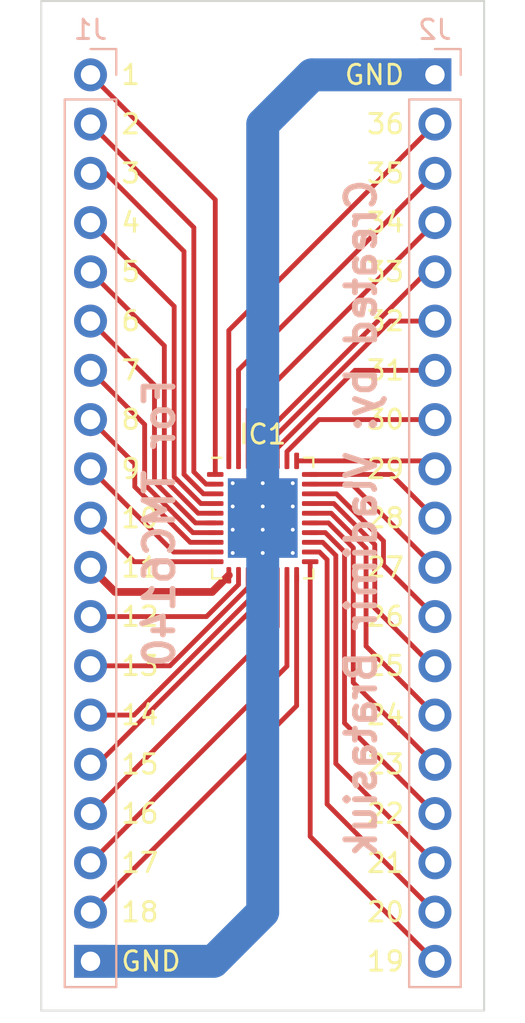
<source format=kicad_pcb>
(kicad_pcb (version 20171130) (host pcbnew 5.1.10-88a1d61d58~90~ubuntu20.04.1)

  (general
    (thickness 1.6)
    (drawings 6)
    (tracks 141)
    (zones 0)
    (modules 3)
    (nets 38)
  )

  (page A4)
  (layers
    (0 F.Cu signal)
    (31 B.Cu signal)
    (32 B.Adhes user)
    (33 F.Adhes user)
    (34 B.Paste user)
    (35 F.Paste user)
    (36 B.SilkS user)
    (37 F.SilkS user)
    (38 B.Mask user)
    (39 F.Mask user)
    (40 Dwgs.User user)
    (41 Cmts.User user)
    (42 Eco1.User user)
    (43 Eco2.User user)
    (44 Edge.Cuts user)
    (45 Margin user)
    (46 B.CrtYd user)
    (47 F.CrtYd user)
    (48 B.Fab user)
    (49 F.Fab user)
  )

  (setup
    (last_trace_width 0.25)
    (user_trace_width 1)
    (user_trace_width 1.7)
    (trace_clearance 0.2)
    (zone_clearance 0.508)
    (zone_45_only no)
    (trace_min 0.2)
    (via_size 0.8)
    (via_drill 0.4)
    (via_min_size 0.4)
    (via_min_drill 0.3)
    (uvia_size 0.3)
    (uvia_drill 0.1)
    (uvias_allowed no)
    (uvia_min_size 0.2)
    (uvia_min_drill 0.1)
    (edge_width 0.1)
    (segment_width 0.2)
    (pcb_text_width 0.3)
    (pcb_text_size 1.5 1.5)
    (mod_edge_width 0.15)
    (mod_text_size 1 1)
    (mod_text_width 0.15)
    (pad_size 1.7 1.7)
    (pad_drill 1)
    (pad_to_mask_clearance 0)
    (aux_axis_origin 0 0)
    (visible_elements FFFFFF7F)
    (pcbplotparams
      (layerselection 0x010fc_ffffffff)
      (usegerberextensions false)
      (usegerberattributes true)
      (usegerberadvancedattributes true)
      (creategerberjobfile true)
      (excludeedgelayer true)
      (linewidth 0.100000)
      (plotframeref false)
      (viasonmask false)
      (mode 1)
      (useauxorigin false)
      (hpglpennumber 1)
      (hpglpenspeed 20)
      (hpglpendiameter 15.000000)
      (psnegative false)
      (psa4output false)
      (plotreference true)
      (plotvalue true)
      (plotinvisibletext false)
      (padsonsilk false)
      (subtractmaskfromsilk false)
      (outputformat 1)
      (mirror false)
      (drillshape 0)
      (scaleselection 1)
      (outputdirectory "manufacturer/"))
  )

  (net 0 "")
  (net 1 GND)
  (net 2 36)
  (net 3 35)
  (net 4 34)
  (net 5 33)
  (net 6 32)
  (net 7 31)
  (net 8 30)
  (net 9 29)
  (net 10 28)
  (net 11 27)
  (net 12 26)
  (net 13 25)
  (net 14 24)
  (net 15 23)
  (net 16 22)
  (net 17 21)
  (net 18 20)
  (net 19 19)
  (net 20 18)
  (net 21 17)
  (net 22 16)
  (net 23 15)
  (net 24 14)
  (net 25 13)
  (net 26 12)
  (net 27 11)
  (net 28 10)
  (net 29 9)
  (net 30 8)
  (net 31 7)
  (net 32 6)
  (net 33 5)
  (net 34 4)
  (net 35 3)
  (net 36 2)
  (net 37 1)

  (net_class Default "This is the default net class."
    (clearance 0.2)
    (trace_width 0.25)
    (via_dia 0.8)
    (via_drill 0.4)
    (uvia_dia 0.3)
    (uvia_drill 0.1)
    (add_net 1)
    (add_net 10)
    (add_net 11)
    (add_net 12)
    (add_net 13)
    (add_net 14)
    (add_net 15)
    (add_net 16)
    (add_net 17)
    (add_net 18)
    (add_net 19)
    (add_net 2)
    (add_net 20)
    (add_net 21)
    (add_net 22)
    (add_net 23)
    (add_net 24)
    (add_net 25)
    (add_net 26)
    (add_net 27)
    (add_net 28)
    (add_net 29)
    (add_net 3)
    (add_net 30)
    (add_net 31)
    (add_net 32)
    (add_net 33)
    (add_net 34)
    (add_net 35)
    (add_net 36)
    (add_net 4)
    (add_net 5)
    (add_net 6)
    (add_net 7)
    (add_net 8)
    (add_net 9)
    (add_net GND)
  )

  (module Connector_PinHeader_2.54mm:PinHeader_1x19_P2.54mm_Vertical (layer B.Cu) (tedit 624DD1FD) (tstamp 623638F6)
    (at 151.13 80.01 180)
    (descr "Through hole straight pin header, 1x19, 2.54mm pitch, single row")
    (tags "Through hole pin header THT 1x19 2.54mm single row")
    (path /62377F6E)
    (fp_text reference J2 (at 0 2.33) (layer B.SilkS)
      (effects (font (size 1 1) (thickness 0.15)) (justify mirror))
    )
    (fp_text value Conn_01x19 (at 0 -48.05) (layer B.Fab)
      (effects (font (size 1 1) (thickness 0.15)) (justify mirror))
    )
    (fp_line (start -0.635 1.27) (end 1.27 1.27) (layer B.Fab) (width 0.1))
    (fp_line (start 1.27 1.27) (end 1.27 -46.99) (layer B.Fab) (width 0.1))
    (fp_line (start 1.27 -46.99) (end -1.27 -46.99) (layer B.Fab) (width 0.1))
    (fp_line (start -1.27 -46.99) (end -1.27 0.635) (layer B.Fab) (width 0.1))
    (fp_line (start -1.27 0.635) (end -0.635 1.27) (layer B.Fab) (width 0.1))
    (fp_line (start -1.33 -47.05) (end 1.33 -47.05) (layer B.SilkS) (width 0.12))
    (fp_line (start -1.33 -1.27) (end -1.33 -47.05) (layer B.SilkS) (width 0.12))
    (fp_line (start 1.33 -1.27) (end 1.33 -47.05) (layer B.SilkS) (width 0.12))
    (fp_line (start -1.33 -1.27) (end 1.33 -1.27) (layer B.SilkS) (width 0.12))
    (fp_line (start -1.33 0) (end -1.33 1.33) (layer B.SilkS) (width 0.12))
    (fp_line (start -1.33 1.33) (end 0 1.33) (layer B.SilkS) (width 0.12))
    (fp_line (start -1.8 1.8) (end -1.8 -47.5) (layer B.CrtYd) (width 0.05))
    (fp_line (start -1.8 -47.5) (end 1.8 -47.5) (layer B.CrtYd) (width 0.05))
    (fp_line (start 1.8 -47.5) (end 1.8 1.8) (layer B.CrtYd) (width 0.05))
    (fp_line (start 1.8 1.8) (end -1.8 1.8) (layer B.CrtYd) (width 0.05))
    (fp_text user %R (at 0 -22.86 270) (layer B.Fab)
      (effects (font (size 1 1) (thickness 0.15)) (justify mirror))
    )
    (fp_text user GND (at 1.5 0) (layer F.SilkS)
      (effects (font (size 1 1) (thickness 0.15)) (justify right))
    )
    (fp_text user 36 (at 1.5 -2.54) (layer F.SilkS)
      (effects (font (size 1 1) (thickness 0.15)) (justify right))
    )
    (fp_text user 35 (at 1.5 -5.08) (layer F.SilkS)
      (effects (font (size 1 1) (thickness 0.15)) (justify right))
    )
    (fp_text user 34 (at 1.5 -7.62) (layer F.SilkS)
      (effects (font (size 1 1) (thickness 0.15)) (justify right))
    )
    (fp_text user 33 (at 1.5 -10.16) (layer F.SilkS)
      (effects (font (size 1 1) (thickness 0.15)) (justify right))
    )
    (fp_text user 32 (at 1.5 -12.7) (layer F.SilkS)
      (effects (font (size 1 1) (thickness 0.15)) (justify right))
    )
    (fp_text user 31 (at 1.5 -15.24) (layer F.SilkS)
      (effects (font (size 1 1) (thickness 0.15)) (justify right))
    )
    (fp_text user 30 (at 1.5 -17.78) (layer F.SilkS)
      (effects (font (size 1 1) (thickness 0.15)) (justify right))
    )
    (fp_text user 29 (at 1.5 -20.32) (layer F.SilkS)
      (effects (font (size 1 1) (thickness 0.15)) (justify right))
    )
    (fp_text user 28 (at 1.5 -22.86) (layer F.SilkS)
      (effects (font (size 1 1) (thickness 0.15)) (justify right))
    )
    (fp_text user 27 (at 1.5 -25.4) (layer F.SilkS)
      (effects (font (size 1 1) (thickness 0.15)) (justify right))
    )
    (fp_text user 26 (at 1.5 -27.94) (layer F.SilkS)
      (effects (font (size 1 1) (thickness 0.15)) (justify right))
    )
    (fp_text user 25 (at 1.5 -30.48) (layer F.SilkS)
      (effects (font (size 1 1) (thickness 0.15)) (justify right))
    )
    (fp_text user 24 (at 1.5 -33.02) (layer F.SilkS)
      (effects (font (size 1 1) (thickness 0.15)) (justify right))
    )
    (fp_text user 23 (at 1.5 -35.56) (layer F.SilkS)
      (effects (font (size 1 1) (thickness 0.15)) (justify right))
    )
    (fp_text user 22 (at 1.5 -38.1) (layer F.SilkS)
      (effects (font (size 1 1) (thickness 0.15)) (justify right))
    )
    (fp_text user 21 (at 1.5 -40.64) (layer F.SilkS)
      (effects (font (size 1 1) (thickness 0.15)) (justify right))
    )
    (fp_text user 20 (at 1.5 -43.18) (layer F.SilkS)
      (effects (font (size 1 1) (thickness 0.15)) (justify right))
    )
    (fp_text user 19 (at 1.5 -45.72) (layer F.SilkS)
      (effects (font (size 1 1) (thickness 0.15)) (justify right))
    )
    (pad 19 thru_hole oval (at 0 -45.72 180) (size 1.7 1.7) (drill 1) (layers *.Cu *.Mask)
      (net 19 19))
    (pad 18 thru_hole oval (at 0 -43.18 180) (size 1.7 1.7) (drill 1) (layers *.Cu *.Mask)
      (net 18 20))
    (pad 17 thru_hole oval (at 0 -40.64 180) (size 1.7 1.7) (drill 1) (layers *.Cu *.Mask)
      (net 17 21))
    (pad 16 thru_hole oval (at 0 -38.1 180) (size 1.7 1.7) (drill 1) (layers *.Cu *.Mask)
      (net 16 22))
    (pad 15 thru_hole oval (at 0 -35.56 180) (size 1.7 1.7) (drill 1) (layers *.Cu *.Mask)
      (net 15 23))
    (pad 14 thru_hole oval (at 0 -33.02 180) (size 1.7 1.7) (drill 1) (layers *.Cu *.Mask)
      (net 14 24))
    (pad 13 thru_hole oval (at 0 -30.48 180) (size 1.7 1.7) (drill 1) (layers *.Cu *.Mask)
      (net 13 25))
    (pad 12 thru_hole oval (at 0 -27.94 180) (size 1.7 1.7) (drill 1) (layers *.Cu *.Mask)
      (net 12 26))
    (pad 11 thru_hole oval (at 0 -25.4 180) (size 1.7 1.7) (drill 1) (layers *.Cu *.Mask)
      (net 11 27))
    (pad 10 thru_hole oval (at 0 -22.86 180) (size 1.7 1.7) (drill 1) (layers *.Cu *.Mask)
      (net 10 28))
    (pad 9 thru_hole oval (at 0 -20.32 180) (size 1.7 1.7) (drill 1) (layers *.Cu *.Mask)
      (net 9 29))
    (pad 8 thru_hole oval (at 0 -17.78 180) (size 1.7 1.7) (drill 1) (layers *.Cu *.Mask)
      (net 8 30))
    (pad 7 thru_hole oval (at 0 -15.24 180) (size 1.7 1.7) (drill 1) (layers *.Cu *.Mask)
      (net 7 31))
    (pad 6 thru_hole oval (at 0 -12.7 180) (size 1.7 1.7) (drill 1) (layers *.Cu *.Mask)
      (net 6 32))
    (pad 5 thru_hole oval (at 0 -10.16 180) (size 1.7 1.7) (drill 1) (layers *.Cu *.Mask)
      (net 5 33))
    (pad 4 thru_hole oval (at 0 -7.62 180) (size 1.7 1.7) (drill 1) (layers *.Cu *.Mask)
      (net 4 34))
    (pad 3 thru_hole oval (at 0 -5.08 180) (size 1.7 1.7) (drill 1) (layers *.Cu *.Mask)
      (net 3 35))
    (pad 2 thru_hole oval (at 0 -2.54 180) (size 1.7 1.7) (drill 1) (layers *.Cu *.Mask)
      (net 2 36))
    (pad 1 thru_hole rect (at 0 0 180) (size 1.7 1.7) (drill 1) (layers *.Cu *.Mask)
      (net 1 GND))
    (model ${KISYS3DMOD}/Connector_PinHeader_2.54mm.3dshapes/PinHeader_1x19_P2.54mm_Vertical.wrl
      (at (xyz 0 0 0))
      (scale (xyz 1 1 1))
      (rotate (xyz 0 0 0))
    )
  )

  (module Connector_PinHeader_2.54mm:PinHeader_1x19_P2.54mm_Vertical (layer B.Cu) (tedit 624DCE20) (tstamp 623638CF)
    (at 133.35 80.01 180)
    (descr "Through hole straight pin header, 1x19, 2.54mm pitch, single row")
    (tags "Through hole pin header THT 1x19 2.54mm single row")
    (path /6236EBD8)
    (fp_text reference J1 (at 0 2.33 180) (layer B.SilkS)
      (effects (font (size 1 1) (thickness 0.15)) (justify mirror))
    )
    (fp_text value Conn_01x19 (at 0 -48.05 180) (layer B.Fab)
      (effects (font (size 1 1) (thickness 0.15)) (justify mirror))
    )
    (fp_line (start -0.635 1.27) (end 1.27 1.27) (layer B.Fab) (width 0.1))
    (fp_line (start 1.27 1.27) (end 1.27 -46.99) (layer B.Fab) (width 0.1))
    (fp_line (start 1.27 -46.99) (end -1.27 -46.99) (layer B.Fab) (width 0.1))
    (fp_line (start -1.27 -46.99) (end -1.27 0.635) (layer B.Fab) (width 0.1))
    (fp_line (start -1.27 0.635) (end -0.635 1.27) (layer B.Fab) (width 0.1))
    (fp_line (start -1.33 -47.05) (end 1.33 -47.05) (layer B.SilkS) (width 0.12))
    (fp_line (start -1.33 -1.27) (end -1.33 -47.05) (layer B.SilkS) (width 0.12))
    (fp_line (start 1.33 -1.27) (end 1.33 -47.05) (layer B.SilkS) (width 0.12))
    (fp_line (start -1.33 -1.27) (end 1.33 -1.27) (layer B.SilkS) (width 0.12))
    (fp_line (start -1.33 0) (end -1.33 1.33) (layer B.SilkS) (width 0.12))
    (fp_line (start -1.33 1.33) (end 0 1.33) (layer B.SilkS) (width 0.12))
    (fp_line (start -1.8 1.8) (end -1.8 -47.5) (layer B.CrtYd) (width 0.05))
    (fp_line (start -1.8 -47.5) (end 1.8 -47.5) (layer B.CrtYd) (width 0.05))
    (fp_line (start 1.8 -47.5) (end 1.8 1.8) (layer B.CrtYd) (width 0.05))
    (fp_line (start 1.8 1.8) (end -1.8 1.8) (layer B.CrtYd) (width 0.05))
    (fp_text user %R (at 0 -22.86 90) (layer B.Fab)
      (effects (font (size 1 1) (thickness 0.15)) (justify mirror))
    )
    (fp_text user 1 (at -1.5 0 180) (layer F.SilkS)
      (effects (font (size 1 1) (thickness 0.15)) (justify left))
    )
    (fp_text user 2 (at -1.5 -2.54 180) (layer F.SilkS)
      (effects (font (size 1 1) (thickness 0.15)) (justify left))
    )
    (fp_text user 3 (at -1.5 -5.08 180) (layer F.SilkS)
      (effects (font (size 1 1) (thickness 0.15)) (justify left))
    )
    (fp_text user 18 (at -1.5 -43.18 180) (layer F.SilkS)
      (effects (font (size 1 1) (thickness 0.15)) (justify left))
    )
    (fp_text user 4 (at -1.5 -7.62 180) (layer F.SilkS)
      (effects (font (size 1 1) (thickness 0.15)) (justify left))
    )
    (fp_text user 5 (at -1.5 -10.16 180) (layer F.SilkS)
      (effects (font (size 1 1) (thickness 0.15)) (justify left))
    )
    (fp_text user 6 (at -1.5 -12.7 180) (layer F.SilkS)
      (effects (font (size 1 1) (thickness 0.15)) (justify left))
    )
    (fp_text user 7 (at -1.5 -15.24 180) (layer F.SilkS)
      (effects (font (size 1 1) (thickness 0.15)) (justify left))
    )
    (fp_text user GND (at -1.5 -45.72 180) (layer F.SilkS)
      (effects (font (size 1 1) (thickness 0.15)) (justify left))
    )
    (fp_text user 8 (at -1.5 -17.78 180) (layer F.SilkS)
      (effects (font (size 1 1) (thickness 0.15)) (justify left))
    )
    (fp_text user 9 (at -1.5 -20.32 180) (layer F.SilkS)
      (effects (font (size 1 1) (thickness 0.15)) (justify left))
    )
    (fp_text user 10 (at -1.5 -22.86 180) (layer F.SilkS)
      (effects (font (size 1 1) (thickness 0.15)) (justify left))
    )
    (fp_text user 11 (at -1.5 -25.4 180) (layer F.SilkS)
      (effects (font (size 1 1) (thickness 0.15)) (justify left))
    )
    (fp_text user 12 (at -1.5 -27.94 180) (layer F.SilkS)
      (effects (font (size 1 1) (thickness 0.15)) (justify left))
    )
    (fp_text user 13 (at -1.5 -30.48 180) (layer F.SilkS)
      (effects (font (size 1 1) (thickness 0.15)) (justify left))
    )
    (fp_text user 14 (at -1.5 -33.02 180) (layer F.SilkS)
      (effects (font (size 1 1) (thickness 0.15)) (justify left))
    )
    (fp_text user 15 (at -1.5 -35.56 180) (layer F.SilkS)
      (effects (font (size 1 1) (thickness 0.15)) (justify left))
    )
    (fp_text user 16 (at -1.5 -38.1 180) (layer F.SilkS)
      (effects (font (size 1 1) (thickness 0.15)) (justify left))
    )
    (fp_text user 17 (at -1.5 -40.64 180) (layer F.SilkS)
      (effects (font (size 1 1) (thickness 0.15)) (justify left))
    )
    (pad 19 thru_hole rect (at 0 -45.72 180) (size 1.7 1.7) (drill 1) (layers *.Cu *.Mask)
      (net 1 GND))
    (pad 18 thru_hole oval (at 0 -43.18 180) (size 1.7 1.7) (drill 1) (layers *.Cu *.Mask)
      (net 20 18))
    (pad 17 thru_hole oval (at 0 -40.64 180) (size 1.7 1.7) (drill 1) (layers *.Cu *.Mask)
      (net 21 17))
    (pad 16 thru_hole oval (at 0 -38.1 180) (size 1.7 1.7) (drill 1) (layers *.Cu *.Mask)
      (net 22 16))
    (pad 15 thru_hole oval (at 0 -35.56 180) (size 1.7 1.7) (drill 1) (layers *.Cu *.Mask)
      (net 23 15))
    (pad 14 thru_hole oval (at 0 -33.02 180) (size 1.7 1.7) (drill 1) (layers *.Cu *.Mask)
      (net 24 14))
    (pad 13 thru_hole oval (at 0 -30.48 180) (size 1.7 1.7) (drill 1) (layers *.Cu *.Mask)
      (net 25 13))
    (pad 12 thru_hole oval (at 0 -27.94 180) (size 1.7 1.7) (drill 1) (layers *.Cu *.Mask)
      (net 26 12))
    (pad 11 thru_hole oval (at 0 -25.4 180) (size 1.7 1.7) (drill 1) (layers *.Cu *.Mask)
      (net 27 11))
    (pad 10 thru_hole oval (at 0 -22.86 180) (size 1.7 1.7) (drill 1) (layers *.Cu *.Mask)
      (net 28 10))
    (pad 9 thru_hole oval (at 0 -20.32 180) (size 1.7 1.7) (drill 1) (layers *.Cu *.Mask)
      (net 29 9))
    (pad 8 thru_hole oval (at 0 -17.78 180) (size 1.7 1.7) (drill 1) (layers *.Cu *.Mask)
      (net 30 8))
    (pad 7 thru_hole oval (at 0 -15.24 180) (size 1.7 1.7) (drill 1) (layers *.Cu *.Mask)
      (net 31 7))
    (pad 6 thru_hole oval (at 0 -12.7 180) (size 1.7 1.7) (drill 1) (layers *.Cu *.Mask)
      (net 32 6))
    (pad 5 thru_hole oval (at 0 -10.16 180) (size 1.7 1.7) (drill 1) (layers *.Cu *.Mask)
      (net 33 5))
    (pad 4 thru_hole oval (at 0 -7.62 180) (size 1.7 1.7) (drill 1) (layers *.Cu *.Mask)
      (net 34 4))
    (pad 3 thru_hole oval (at 0 -5.08 180) (size 1.7 1.7) (drill 1) (layers *.Cu *.Mask)
      (net 35 3))
    (pad 2 thru_hole oval (at 0 -2.54 180) (size 1.7 1.7) (drill 1) (layers *.Cu *.Mask)
      (net 36 2))
    (pad 1 thru_hole circle (at 0 0 180) (size 1.7 1.7) (drill 1) (layers *.Cu *.Mask)
      (net 37 1))
    (model ${KISYS3DMOD}/Connector_PinHeader_2.54mm.3dshapes/PinHeader_1x19_P2.54mm_Vertical.wrl
      (at (xyz 0 0 0))
      (scale (xyz 1 1 1))
      (rotate (xyz 0 0 0))
    )
  )

  (module Package_DFN_QFN:QFN-36-1EP_5x6mm_P0.5mm_EP3.6x4.1mm_ThermalVias (layer F.Cu) (tedit 5DC5F6A4) (tstamp 623638A8)
    (at 142.24 102.87)
    (descr "QFN, 36 Pin (https://www.trinamic.com/fileadmin/assets/Products/ICs_Documents/TMC2100_datasheet_Rev1.08.pdf#page=43), generated with kicad-footprint-generator ipc_noLead_generator.py")
    (tags "QFN NoLead")
    (path /623CDFA4)
    (attr smd)
    (fp_text reference IC1 (at 0 -4.32) (layer F.SilkS)
      (effects (font (size 1 1) (thickness 0.15)))
    )
    (fp_text value TMC6140-Trinamic (at 0 4.32) (layer F.Fab)
      (effects (font (size 1 1) (thickness 0.15)))
    )
    (fp_line (start 2.135 -3.11) (end 2.61 -3.11) (layer F.SilkS) (width 0.12))
    (fp_line (start 2.61 -3.11) (end 2.61 -2.635) (layer F.SilkS) (width 0.12))
    (fp_line (start -2.135 3.11) (end -2.61 3.11) (layer F.SilkS) (width 0.12))
    (fp_line (start -2.61 3.11) (end -2.61 2.635) (layer F.SilkS) (width 0.12))
    (fp_line (start 2.135 3.11) (end 2.61 3.11) (layer F.SilkS) (width 0.12))
    (fp_line (start 2.61 3.11) (end 2.61 2.635) (layer F.SilkS) (width 0.12))
    (fp_line (start -2.135 -3.11) (end -2.61 -3.11) (layer F.SilkS) (width 0.12))
    (fp_line (start -1.5 -3) (end 2.5 -3) (layer F.Fab) (width 0.1))
    (fp_line (start 2.5 -3) (end 2.5 3) (layer F.Fab) (width 0.1))
    (fp_line (start 2.5 3) (end -2.5 3) (layer F.Fab) (width 0.1))
    (fp_line (start -2.5 3) (end -2.5 -2) (layer F.Fab) (width 0.1))
    (fp_line (start -2.5 -2) (end -1.5 -3) (layer F.Fab) (width 0.1))
    (fp_line (start -3.12 -3.62) (end -3.12 3.62) (layer F.CrtYd) (width 0.05))
    (fp_line (start -3.12 3.62) (end 3.12 3.62) (layer F.CrtYd) (width 0.05))
    (fp_line (start 3.12 3.62) (end 3.12 -3.62) (layer F.CrtYd) (width 0.05))
    (fp_line (start 3.12 -3.62) (end -3.12 -3.62) (layer F.CrtYd) (width 0.05))
    (fp_text user %R (at 0 0) (layer F.Fab)
      (effects (font (size 1 1) (thickness 0.15)))
    )
    (pad "" smd roundrect (at 0.775 1.2) (size 1.394274 1.058615) (layers F.Paste) (roundrect_rratio 0.2361576210425887))
    (pad "" smd roundrect (at 0.775 0) (size 1.394274 1.058615) (layers F.Paste) (roundrect_rratio 0.2361576210425887))
    (pad "" smd roundrect (at 0.775 -1.2) (size 1.394274 1.058615) (layers F.Paste) (roundrect_rratio 0.2361576210425887))
    (pad "" smd roundrect (at -0.775 1.2) (size 1.394274 1.058615) (layers F.Paste) (roundrect_rratio 0.2361576210425887))
    (pad "" smd roundrect (at -0.775 0) (size 1.394274 1.058615) (layers F.Paste) (roundrect_rratio 0.2361576210425887))
    (pad "" smd roundrect (at -0.775 -1.2) (size 1.394274 1.058615) (layers F.Paste) (roundrect_rratio 0.2361576210425887))
    (pad 37 smd rect (at 0 0) (size 3.6 4.1) (layers B.Cu)
      (net 1 GND))
    (pad 37 thru_hole circle (at 1.55 1.8) (size 0.5 0.5) (drill 0.2) (layers *.Cu)
      (net 1 GND))
    (pad 37 thru_hole circle (at 0 1.8) (size 0.5 0.5) (drill 0.2) (layers *.Cu)
      (net 1 GND))
    (pad 37 thru_hole circle (at -1.55 1.8) (size 0.5 0.5) (drill 0.2) (layers *.Cu)
      (net 1 GND))
    (pad 37 thru_hole circle (at 1.55 0.6) (size 0.5 0.5) (drill 0.2) (layers *.Cu)
      (net 1 GND))
    (pad 37 thru_hole circle (at 0 0.6) (size 0.5 0.5) (drill 0.2) (layers *.Cu)
      (net 1 GND))
    (pad 37 thru_hole circle (at -1.55 0.6) (size 0.5 0.5) (drill 0.2) (layers *.Cu)
      (net 1 GND))
    (pad 37 thru_hole circle (at 1.55 -0.6) (size 0.5 0.5) (drill 0.2) (layers *.Cu)
      (net 1 GND))
    (pad 37 thru_hole circle (at 0 -0.6) (size 0.5 0.5) (drill 0.2) (layers *.Cu)
      (net 1 GND))
    (pad 37 thru_hole circle (at -1.55 -0.6) (size 0.5 0.5) (drill 0.2) (layers *.Cu)
      (net 1 GND))
    (pad 37 thru_hole circle (at 1.55 -1.8) (size 0.5 0.5) (drill 0.2) (layers *.Cu)
      (net 1 GND))
    (pad 37 thru_hole circle (at 0 -1.8) (size 0.5 0.5) (drill 0.2) (layers *.Cu)
      (net 1 GND))
    (pad 37 thru_hole circle (at -1.55 -1.8) (size 0.5 0.5) (drill 0.2) (layers *.Cu)
      (net 1 GND))
    (pad 37 smd rect (at 0 0) (size 3.6 4.1) (layers F.Cu F.Mask)
      (net 1 GND))
    (pad 36 smd roundrect (at -1.75 -2.95) (size 0.25 0.85) (layers F.Cu F.Paste F.Mask) (roundrect_rratio 0.25)
      (net 2 36))
    (pad 35 smd roundrect (at -1.25 -2.95) (size 0.25 0.85) (layers F.Cu F.Paste F.Mask) (roundrect_rratio 0.25)
      (net 3 35))
    (pad 34 smd roundrect (at -0.75 -2.95) (size 0.25 0.85) (layers F.Cu F.Paste F.Mask) (roundrect_rratio 0.25)
      (net 4 34))
    (pad 33 smd roundrect (at -0.25 -2.95) (size 0.25 0.85) (layers F.Cu F.Paste F.Mask) (roundrect_rratio 0.25)
      (net 5 33))
    (pad 32 smd roundrect (at 0.25 -2.95) (size 0.25 0.85) (layers F.Cu F.Paste F.Mask) (roundrect_rratio 0.25)
      (net 6 32))
    (pad 31 smd roundrect (at 0.75 -2.95) (size 0.25 0.85) (layers F.Cu F.Paste F.Mask) (roundrect_rratio 0.25)
      (net 7 31))
    (pad 30 smd roundrect (at 1.25 -2.95) (size 0.25 0.85) (layers F.Cu F.Paste F.Mask) (roundrect_rratio 0.25)
      (net 8 30))
    (pad 29 smd roundrect (at 1.75 -2.95) (size 0.25 0.85) (layers F.Cu F.Paste F.Mask) (roundrect_rratio 0.25)
      (net 9 29))
    (pad 28 smd roundrect (at 2.45 -2.25) (size 0.85 0.25) (layers F.Cu F.Paste F.Mask) (roundrect_rratio 0.25)
      (net 10 28))
    (pad 27 smd roundrect (at 2.45 -1.75) (size 0.85 0.25) (layers F.Cu F.Paste F.Mask) (roundrect_rratio 0.25)
      (net 11 27))
    (pad 26 smd roundrect (at 2.45 -1.25) (size 0.85 0.25) (layers F.Cu F.Paste F.Mask) (roundrect_rratio 0.25)
      (net 12 26))
    (pad 25 smd roundrect (at 2.45 -0.75) (size 0.85 0.25) (layers F.Cu F.Paste F.Mask) (roundrect_rratio 0.25)
      (net 13 25))
    (pad 24 smd roundrect (at 2.45 -0.25) (size 0.85 0.25) (layers F.Cu F.Paste F.Mask) (roundrect_rratio 0.25)
      (net 14 24))
    (pad 23 smd roundrect (at 2.45 0.25) (size 0.85 0.25) (layers F.Cu F.Paste F.Mask) (roundrect_rratio 0.25)
      (net 15 23))
    (pad 22 smd roundrect (at 2.45 0.75) (size 0.85 0.25) (layers F.Cu F.Paste F.Mask) (roundrect_rratio 0.25)
      (net 16 22))
    (pad 21 smd roundrect (at 2.45 1.25) (size 0.85 0.25) (layers F.Cu F.Paste F.Mask) (roundrect_rratio 0.25)
      (net 17 21))
    (pad 20 smd roundrect (at 2.45 1.75) (size 0.85 0.25) (layers F.Cu F.Paste F.Mask) (roundrect_rratio 0.25)
      (net 18 20))
    (pad 19 smd roundrect (at 2.45 2.25) (size 0.85 0.25) (layers F.Cu F.Paste F.Mask) (roundrect_rratio 0.25)
      (net 19 19))
    (pad 18 smd roundrect (at 1.75 2.95) (size 0.25 0.85) (layers F.Cu F.Paste F.Mask) (roundrect_rratio 0.25)
      (net 20 18))
    (pad 17 smd roundrect (at 1.25 2.95) (size 0.25 0.85) (layers F.Cu F.Paste F.Mask) (roundrect_rratio 0.25)
      (net 21 17))
    (pad 16 smd roundrect (at 0.75 2.95) (size 0.25 0.85) (layers F.Cu F.Paste F.Mask) (roundrect_rratio 0.25)
      (net 22 16))
    (pad 15 smd roundrect (at 0.25 2.95) (size 0.25 0.85) (layers F.Cu F.Paste F.Mask) (roundrect_rratio 0.25)
      (net 23 15))
    (pad 14 smd roundrect (at -0.25 2.95) (size 0.25 0.85) (layers F.Cu F.Paste F.Mask) (roundrect_rratio 0.25)
      (net 24 14))
    (pad 13 smd roundrect (at -0.75 2.95) (size 0.25 0.85) (layers F.Cu F.Paste F.Mask) (roundrect_rratio 0.25)
      (net 25 13))
    (pad 12 smd roundrect (at -1.25 2.95) (size 0.25 0.85) (layers F.Cu F.Paste F.Mask) (roundrect_rratio 0.25)
      (net 26 12))
    (pad 11 smd roundrect (at -1.75 2.95) (size 0.25 0.85) (layers F.Cu F.Paste F.Mask) (roundrect_rratio 0.25)
      (net 27 11))
    (pad 10 smd roundrect (at -2.45 2.25) (size 0.85 0.25) (layers F.Cu F.Paste F.Mask) (roundrect_rratio 0.25)
      (net 28 10))
    (pad 9 smd roundrect (at -2.45 1.75) (size 0.85 0.25) (layers F.Cu F.Paste F.Mask) (roundrect_rratio 0.25)
      (net 29 9))
    (pad 8 smd roundrect (at -2.45 1.25) (size 0.85 0.25) (layers F.Cu F.Paste F.Mask) (roundrect_rratio 0.25)
      (net 30 8))
    (pad 7 smd roundrect (at -2.45 0.75) (size 0.85 0.25) (layers F.Cu F.Paste F.Mask) (roundrect_rratio 0.25)
      (net 31 7))
    (pad 6 smd roundrect (at -2.45 0.25) (size 0.85 0.25) (layers F.Cu F.Paste F.Mask) (roundrect_rratio 0.25)
      (net 32 6))
    (pad 5 smd roundrect (at -2.45 -0.25) (size 0.85 0.25) (layers F.Cu F.Paste F.Mask) (roundrect_rratio 0.25)
      (net 33 5))
    (pad 4 smd roundrect (at -2.45 -0.75) (size 0.85 0.25) (layers F.Cu F.Paste F.Mask) (roundrect_rratio 0.25)
      (net 34 4))
    (pad 3 smd roundrect (at -2.45 -1.25) (size 0.85 0.25) (layers F.Cu F.Paste F.Mask) (roundrect_rratio 0.25)
      (net 35 3))
    (pad 2 smd roundrect (at -2.45 -1.75) (size 0.85 0.25) (layers F.Cu F.Paste F.Mask) (roundrect_rratio 0.25)
      (net 36 2))
    (pad 1 smd roundrect (at -2.45 -2.25) (size 0.85 0.25) (layers F.Cu F.Paste F.Mask) (roundrect_rratio 0.25)
      (net 37 1))
    (model ${KISYS3DMOD}/Package_DFN_QFN.3dshapes/QFN-36-1EP_5x6mm_P0.5mm_EP3.6x4.1mm.wrl
      (at (xyz 0 0 0))
      (scale (xyz 1 1 1))
      (rotate (xyz 0 0 0))
    )
  )

  (gr_text "For TMC6140" (at 136.906 103.124 90) (layer B.SilkS) (tstamp 62367CB6)
    (effects (font (size 1.5 1.5) (thickness 0.3)) (justify mirror))
  )
  (gr_text "Created by: Vladimir Bratasiuk" (at 147.32 102.87 90) (layer B.SilkS)
    (effects (font (size 1.5 1.5) (thickness 0.3)) (justify mirror))
  )
  (gr_line (start 153.67 76.2) (end 153.67 128.27) (layer Edge.Cuts) (width 0.1) (tstamp 62363D4A))
  (gr_line (start 130.81 76.2) (end 153.67 76.2) (layer Edge.Cuts) (width 0.1))
  (gr_line (start 130.81 128.27) (end 130.81 76.2) (layer Edge.Cuts) (width 0.1))
  (gr_line (start 130.81 128.27) (end 153.67 128.27) (layer Edge.Cuts) (width 0.1))

  (segment (start 142.24 101.37) (end 143.49 101.37) (width 0.25) (layer B.Cu) (net 1))
  (segment (start 143.49 101.37) (end 143.79 101.07) (width 0.25) (layer B.Cu) (net 1))
  (segment (start 142.24 101.37) (end 142.24 101.67) (width 1) (layer B.Cu) (net 1))
  (segment (start 142.24 101.07) (end 142.24 101.37) (width 1) (layer B.Cu) (net 1))
  (segment (start 143.79 103.47) (end 143.79 104.67) (width 0.25) (layer F.Cu) (net 1))
  (segment (start 143.79 102.27) (end 143.79 103.47) (width 0.25) (layer F.Cu) (net 1))
  (segment (start 140.69 103.47) (end 140.69 104.67) (width 0.25) (layer F.Cu) (net 1))
  (segment (start 140.69 102.27) (end 140.69 103.47) (width 0.25) (layer F.Cu) (net 1))
  (segment (start 143.79 101.07) (end 143.79 102.27) (width 0.25) (layer F.Cu) (net 1))
  (segment (start 141.29 101.67) (end 140.69 101.07) (width 0.25) (layer B.Cu) (net 1))
  (segment (start 142.24 101.67) (end 141.29 101.67) (width 0.25) (layer B.Cu) (net 1))
  (segment (start 141.29 101.67) (end 140.69 102.27) (width 0.25) (layer B.Cu) (net 1))
  (segment (start 142.24 101.67) (end 142.24 102.27) (width 1) (layer B.Cu) (net 1))
  (segment (start 142.24 102.27) (end 142.24 102.87) (width 0.25) (layer F.Cu) (net 1))
  (segment (start 142.24 102.27) (end 142.24 102.87) (width 1) (layer B.Cu) (net 1))
  (segment (start 142.24 104.67) (end 142.24 103.47) (width 1) (layer B.Cu) (net 1))
  (segment (start 142.24 103.47) (end 142.24 102.87) (width 1) (layer B.Cu) (net 1))
  (segment (start 133.35 125.484) (end 133.35 125.73) (width 1) (layer B.Cu) (net 1))
  (segment (start 142.24 123.19) (end 142.24 102.87) (width 1.7) (layer B.Cu) (net 1))
  (segment (start 139.7 125.73) (end 142.24 123.19) (width 1.7) (layer B.Cu) (net 1))
  (segment (start 142.24 82.55) (end 142.24 102.87) (width 1.7) (layer B.Cu) (net 1))
  (segment (start 144.78 80.01) (end 142.24 82.55) (width 1.7) (layer B.Cu) (net 1))
  (segment (start 151.13 80.01) (end 144.78 80.01) (width 1.7) (layer B.Cu) (net 1))
  (segment (start 133.35 125.73) (end 139.7 125.73) (width 1.7) (layer B.Cu) (net 1))
  (segment (start 140.49 93.19) (end 151.13 82.55) (width 0.25) (layer F.Cu) (net 2))
  (segment (start 140.49 99.92) (end 140.49 93.19) (width 0.25) (layer F.Cu) (net 2))
  (segment (start 140.99 95.23) (end 151.13 85.09) (width 0.25) (layer F.Cu) (net 3))
  (segment (start 140.99 99.92) (end 140.99 95.23) (width 0.25) (layer F.Cu) (net 3))
  (segment (start 141.49 97.27) (end 151.13 87.63) (width 0.25) (layer F.Cu) (net 4))
  (segment (start 141.49 99.92) (end 141.49 97.27) (width 0.25) (layer F.Cu) (net 4))
  (segment (start 141.99 98.8956) (end 141.99 99.92) (width 0.25) (layer F.Cu) (net 5))
  (segment (start 150.7156 90.17) (end 151.13 90.17) (width 0.25) (layer F.Cu) (net 5))
  (segment (start 141.99 98.8956) (end 150.7156 90.17) (width 0.25) (layer F.Cu) (net 5))
  (segment (start 151.13 92.71) (end 149.9547 92.71) (width 0.25) (layer F.Cu) (net 6))
  (segment (start 149.9547 92.71) (end 148.8253 92.71) (width 0.25) (layer F.Cu) (net 6))
  (segment (start 148.8253 92.71) (end 142.49 99.0453) (width 0.25) (layer F.Cu) (net 6))
  (segment (start 142.49 99.0453) (end 142.49 99.92) (width 0.25) (layer F.Cu) (net 6))
  (segment (start 151.13 95.25) (end 147.0007 95.25) (width 0.25) (layer F.Cu) (net 7))
  (segment (start 147.0007 95.25) (end 142.99 99.2607) (width 0.25) (layer F.Cu) (net 7))
  (segment (start 142.99 99.2607) (end 142.99 99.92) (width 0.25) (layer F.Cu) (net 7))
  (segment (start 143.49 99.92) (end 143.49 99.4416) (width 0.25) (layer F.Cu) (net 8))
  (segment (start 143.49 99.4416) (end 145.1416 97.79) (width 0.25) (layer F.Cu) (net 8))
  (segment (start 145.1416 97.79) (end 151.13 97.79) (width 0.25) (layer F.Cu) (net 8))
  (segment (start 150.72 99.92) (end 151.13 100.33) (width 0.25) (layer F.Cu) (net 9))
  (segment (start 143.99 99.92) (end 150.72 99.92) (width 0.25) (layer F.Cu) (net 9))
  (segment (start 148.88 100.62) (end 144.69 100.62) (width 0.25) (layer F.Cu) (net 10))
  (segment (start 151.13 102.87) (end 148.88 100.62) (width 0.25) (layer F.Cu) (net 10))
  (segment (start 146.84 101.12) (end 151.13 105.41) (width 0.25) (layer F.Cu) (net 11))
  (segment (start 144.69 101.12) (end 146.84 101.12) (width 0.25) (layer F.Cu) (net 11))
  (segment (start 146.04543 101.62) (end 144.69 101.62) (width 0.25) (layer F.Cu) (net 12))
  (segment (start 148.474018 104.048588) (end 146.04543 101.62) (width 0.25) (layer F.Cu) (net 12))
  (segment (start 148.474018 105.294018) (end 151.13 107.95) (width 0.25) (layer F.Cu) (net 12))
  (segment (start 148.474018 104.048588) (end 148.474018 105.294018) (width 0.25) (layer F.Cu) (net 12))
  (segment (start 145.90902 102.12) (end 144.69 102.12) (width 0.25) (layer F.Cu) (net 13))
  (segment (start 148.024009 104.234989) (end 145.90902 102.12) (width 0.25) (layer F.Cu) (net 13))
  (segment (start 151.00159 110.49) (end 151.13 110.49) (width 0.25) (layer F.Cu) (net 13))
  (segment (start 148.024009 107.512419) (end 151.00159 110.49) (width 0.25) (layer F.Cu) (net 13))
  (segment (start 148.024009 104.234989) (end 148.024009 107.512419) (width 0.25) (layer F.Cu) (net 13))
  (segment (start 145.77261 102.62) (end 144.69 102.62) (width 0.25) (layer F.Cu) (net 14))
  (segment (start 151.13 113.03) (end 147.574 109.474) (width 0.25) (layer F.Cu) (net 14))
  (segment (start 147.574 104.42139) (end 147.574 109.474) (width 0.25) (layer F.Cu) (net 14))
  (segment (start 145.77261 102.62) (end 147.574 104.42139) (width 0.25) (layer F.Cu) (net 14))
  (segment (start 146.9135 111.3535) (end 151.13 115.57) (width 0.25) (layer F.Cu) (net 15))
  (segment (start 146.9135 104.3973) (end 146.9135 111.3535) (width 0.25) (layer F.Cu) (net 15))
  (segment (start 145.6362 103.12) (end 146.9135 104.3973) (width 0.25) (layer F.Cu) (net 15))
  (segment (start 144.69 103.12) (end 145.6362 103.12) (width 0.25) (layer F.Cu) (net 15))
  (segment (start 146.4632 113.4432) (end 151.13 118.11) (width 0.25) (layer F.Cu) (net 16))
  (segment (start 146.4632 104.6091) (end 146.4632 113.4432) (width 0.25) (layer F.Cu) (net 16))
  (segment (start 145.4741 103.62) (end 146.4632 104.6091) (width 0.25) (layer F.Cu) (net 16))
  (segment (start 144.69 103.62) (end 145.4741 103.62) (width 0.25) (layer F.Cu) (net 16))
  (segment (start 146.0129 115.5329) (end 151.13 120.65) (width 0.25) (layer F.Cu) (net 17))
  (segment (start 146.0129 104.7957) (end 146.0129 115.5329) (width 0.25) (layer F.Cu) (net 17))
  (segment (start 145.3372 104.12) (end 146.0129 104.7957) (width 0.25) (layer F.Cu) (net 17))
  (segment (start 144.69 104.12) (end 145.3372 104.12) (width 0.25) (layer F.Cu) (net 17))
  (segment (start 145.5626 117.6226) (end 151.13 123.19) (width 0.25) (layer F.Cu) (net 18))
  (segment (start 145.5626 105.0149) (end 145.5626 117.6226) (width 0.25) (layer F.Cu) (net 18))
  (segment (start 145.1677 104.62) (end 145.5626 105.0149) (width 0.25) (layer F.Cu) (net 18))
  (segment (start 144.69 104.62) (end 145.1677 104.62) (width 0.25) (layer F.Cu) (net 18))
  (segment (start 144.69 119.29) (end 151.13 125.73) (width 0.25) (layer F.Cu) (net 19))
  (segment (start 144.69 105.12) (end 144.69 119.29) (width 0.25) (layer F.Cu) (net 19))
  (segment (start 143.99 112.55) (end 133.35 123.19) (width 0.25) (layer F.Cu) (net 20))
  (segment (start 143.99 105.82) (end 143.99 112.55) (width 0.25) (layer F.Cu) (net 20))
  (segment (start 143.49 110.51) (end 133.35 120.65) (width 0.25) (layer F.Cu) (net 21))
  (segment (start 143.49 105.82) (end 143.49 110.51) (width 0.25) (layer F.Cu) (net 21))
  (segment (start 142.99 108.47) (end 133.35 118.11) (width 0.25) (layer F.Cu) (net 22))
  (segment (start 142.99 105.82) (end 142.99 108.47) (width 0.25) (layer F.Cu) (net 22))
  (segment (start 133.35 115.57) (end 133.7039 115.57) (width 0.25) (layer F.Cu) (net 23))
  (segment (start 133.7039 115.57) (end 142.49 106.7839) (width 0.25) (layer F.Cu) (net 23))
  (segment (start 142.49 106.7839) (end 142.49 105.82) (width 0.25) (layer F.Cu) (net 23))
  (segment (start 141.99 105.82) (end 141.99 106.6347) (width 0.25) (layer F.Cu) (net 24))
  (segment (start 141.99 106.6347) (end 135.5947 113.03) (width 0.25) (layer F.Cu) (net 24))
  (segment (start 135.5947 113.03) (end 133.35 113.03) (width 0.25) (layer F.Cu) (net 24))
  (segment (start 141.49 105.82) (end 141.49 106.451) (width 0.25) (layer F.Cu) (net 25))
  (segment (start 141.49 106.451) (end 137.451 110.49) (width 0.25) (layer F.Cu) (net 25))
  (segment (start 137.451 110.49) (end 133.35 110.49) (width 0.25) (layer F.Cu) (net 25))
  (segment (start 140.99 105.82) (end 140.99 106.2984) (width 0.25) (layer F.Cu) (net 26))
  (segment (start 140.99 106.2984) (end 139.3384 107.95) (width 0.25) (layer F.Cu) (net 26))
  (segment (start 139.3384 107.95) (end 133.35 107.95) (width 0.25) (layer F.Cu) (net 26))
  (segment (start 133.555 105.615) (end 133.76 105.82) (width 0.25) (layer F.Cu) (net 27))
  (segment (start 133.35 105.41) (end 133.555 105.615) (width 0.25) (layer F.Cu) (net 27))
  (segment (start 133.35 105.41) (end 134.62 106.68) (width 0.4) (layer F.Cu) (net 27))
  (segment (start 139.63 106.68) (end 140.49 105.82) (width 0.4) (layer F.Cu) (net 27))
  (segment (start 134.62 106.68) (end 139.63 106.68) (width 0.4) (layer F.Cu) (net 27))
  (segment (start 135.6 105.12) (end 133.35 102.87) (width 0.25) (layer F.Cu) (net 28))
  (segment (start 139.79 105.12) (end 135.6 105.12) (width 0.25) (layer F.Cu) (net 28))
  (segment (start 137.64 104.62) (end 133.35 100.33) (width 0.25) (layer F.Cu) (net 29))
  (segment (start 139.79 104.62) (end 137.64 104.62) (width 0.25) (layer F.Cu) (net 29))
  (segment (start 133.35 98.153) (end 133.35 98.5178) (width 0.25) (layer F.Cu) (net 30))
  (segment (start 133.35 98.153) (end 133.35 97.79) (width 0.25) (layer F.Cu) (net 30))
  (segment (start 135.636 100.076) (end 133.35 97.79) (width 0.25) (layer F.Cu) (net 30))
  (segment (start 135.636 101.257482) (end 135.636 100.076) (width 0.25) (layer F.Cu) (net 30))
  (segment (start 138.498518 104.12) (end 135.636 101.257482) (width 0.25) (layer F.Cu) (net 30))
  (segment (start 139.79 104.12) (end 138.498518 104.12) (width 0.25) (layer F.Cu) (net 30))
  (segment (start 138.634928 103.62) (end 136.144 101.129072) (width 0.25) (layer F.Cu) (net 31))
  (segment (start 139.79 103.62) (end 138.634928 103.62) (width 0.25) (layer F.Cu) (net 31))
  (segment (start 136.144 98.044) (end 133.35 95.25) (width 0.25) (layer F.Cu) (net 31))
  (segment (start 136.144 101.129072) (end 136.144 98.044) (width 0.25) (layer F.Cu) (net 31))
  (segment (start 139.79 103.12) (end 139.3164 103.12) (width 0.25) (layer F.Cu) (net 32))
  (segment (start 138.771338 103.12) (end 139.79 103.12) (width 0.25) (layer F.Cu) (net 32))
  (segment (start 138.771338 103.12) (end 136.652 101.000662) (width 0.25) (layer F.Cu) (net 32))
  (segment (start 136.652 96.012) (end 133.35 92.71) (width 0.25) (layer F.Cu) (net 32))
  (segment (start 136.652 101.000662) (end 136.652 96.012) (width 0.25) (layer F.Cu) (net 32))
  (segment (start 139.79 102.62) (end 138.907748 102.62) (width 0.25) (layer F.Cu) (net 33))
  (segment (start 138.907748 102.62) (end 137.16 100.872252) (width 0.25) (layer F.Cu) (net 33))
  (segment (start 137.16 93.98) (end 133.35 90.17) (width 0.25) (layer F.Cu) (net 33))
  (segment (start 137.16 100.872252) (end 137.16 93.98) (width 0.25) (layer F.Cu) (net 33))
  (segment (start 139.044158 102.12) (end 137.668 100.743842) (width 0.25) (layer F.Cu) (net 34))
  (segment (start 139.79 102.12) (end 139.044158 102.12) (width 0.25) (layer F.Cu) (net 34))
  (segment (start 137.668 91.948) (end 133.35 87.63) (width 0.25) (layer F.Cu) (net 34))
  (segment (start 137.668 100.743842) (end 137.668 91.948) (width 0.25) (layer F.Cu) (net 34))
  (segment (start 139.79 101.62) (end 139.180568 101.62) (width 0.25) (layer F.Cu) (net 35))
  (segment (start 139.180568 101.62) (end 138.176 100.615432) (width 0.25) (layer F.Cu) (net 35))
  (segment (start 134.150998 85.09) (end 133.35 85.09) (width 0.25) (layer F.Cu) (net 35))
  (segment (start 138.176 89.115002) (end 134.150998 85.09) (width 0.25) (layer F.Cu) (net 35))
  (segment (start 138.176 100.615432) (end 138.176 89.115002) (width 0.25) (layer F.Cu) (net 35))
  (segment (start 139.316978 101.12) (end 138.684 100.487022) (width 0.25) (layer F.Cu) (net 36))
  (segment (start 139.79 101.12) (end 139.316978 101.12) (width 0.25) (layer F.Cu) (net 36))
  (segment (start 138.684 87.884) (end 133.35 82.55) (width 0.25) (layer F.Cu) (net 36))
  (segment (start 138.684 100.487022) (end 138.684 87.884) (width 0.25) (layer F.Cu) (net 36))
  (segment (start 139.79 86.45) (end 133.35 80.01) (width 0.25) (layer F.Cu) (net 37))
  (segment (start 139.79 100.62) (end 139.79 86.45) (width 0.25) (layer F.Cu) (net 37))

)

</source>
